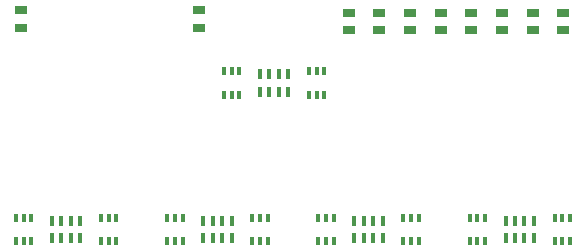
<source format=gbp>
G04 #@! TF.GenerationSoftware,KiCad,Pcbnew,(5.1.9)-1*
G04 #@! TF.CreationDate,2021-09-15T15:10:51+02:00*
G04 #@! TF.ProjectId,Shield-IO,53686965-6c64-42d4-994f-2e6b69636164,rev?*
G04 #@! TF.SameCoordinates,PXd59f80PYd59f80*
G04 #@! TF.FileFunction,Paste,Bot*
G04 #@! TF.FilePolarity,Positive*
%FSLAX46Y46*%
G04 Gerber Fmt 4.6, Leading zero omitted, Abs format (unit mm)*
G04 Created by KiCad (PCBNEW (5.1.9)-1) date 2021-09-15 15:10:51*
%MOMM*%
%LPD*%
G01*
G04 APERTURE LIST*
%ADD10R,0.350000X0.800000*%
%ADD11R,1.000000X0.700000*%
%ADD12R,0.450000X0.950000*%
G04 APERTURE END LIST*
D10*
X29800000Y-35200000D03*
X30450000Y-35200000D03*
X29150000Y-35200000D03*
X29150000Y-33200000D03*
X30450000Y-33200000D03*
X29800000Y-33200000D03*
X37000000Y-35200000D03*
X37650000Y-35200000D03*
X36350000Y-35200000D03*
X36350000Y-33200000D03*
X37650000Y-33200000D03*
X37000000Y-33200000D03*
X12200000Y-47600000D03*
X12850000Y-47600000D03*
X11550000Y-47600000D03*
X11550000Y-45600000D03*
X12850000Y-45600000D03*
X12200000Y-45600000D03*
X19400000Y-47600000D03*
X20050000Y-47600000D03*
X18750000Y-47600000D03*
X18750000Y-45600000D03*
X20050000Y-45600000D03*
X19400000Y-45600000D03*
X25000000Y-47600000D03*
X25650000Y-47600000D03*
X24350000Y-47600000D03*
X24350000Y-45600000D03*
X25650000Y-45600000D03*
X25000000Y-45600000D03*
X32200000Y-47600000D03*
X32850000Y-47600000D03*
X31550000Y-47600000D03*
X31550000Y-45600000D03*
X32850000Y-45600000D03*
X32200000Y-45600000D03*
X37800000Y-47600000D03*
X38450000Y-47600000D03*
X37150000Y-47600000D03*
X37150000Y-45600000D03*
X38450000Y-45600000D03*
X37800000Y-45600000D03*
X45000000Y-47600000D03*
X45650000Y-47600000D03*
X44350000Y-47600000D03*
X44350000Y-45600000D03*
X45650000Y-45600000D03*
X45000000Y-45600000D03*
X50600000Y-47600000D03*
X51250000Y-47600000D03*
X49950000Y-47600000D03*
X49950000Y-45600000D03*
X51250000Y-45600000D03*
X50600000Y-45600000D03*
X57800000Y-47600000D03*
X58450000Y-47600000D03*
X57150000Y-47600000D03*
X57150000Y-45600000D03*
X58450000Y-45600000D03*
X57800000Y-45600000D03*
D11*
X57900000Y-29750000D03*
X57900000Y-28250000D03*
X55300000Y-29750000D03*
X55300000Y-28250000D03*
X52700000Y-29750000D03*
X52700000Y-28250000D03*
X50100000Y-29750000D03*
X50100000Y-28250000D03*
X47500000Y-29750000D03*
X47500000Y-28250000D03*
X44900000Y-29750000D03*
X44900000Y-28250000D03*
X42300000Y-29750000D03*
X42300000Y-28250000D03*
X39700000Y-29750000D03*
X39700000Y-28250000D03*
X27000000Y-29550000D03*
X27000000Y-28050000D03*
X12000000Y-29550000D03*
X12000000Y-28050000D03*
D12*
X53800000Y-47350000D03*
X53800000Y-45850000D03*
X54600000Y-45850000D03*
X54600000Y-47350000D03*
X55400000Y-47350000D03*
X55400000Y-45850000D03*
X53000000Y-45850000D03*
X53000000Y-47350000D03*
X41000000Y-47350000D03*
X41000000Y-45850000D03*
X41800000Y-45850000D03*
X41800000Y-47350000D03*
X42600000Y-47350000D03*
X42600000Y-45850000D03*
X40200000Y-45850000D03*
X40200000Y-47350000D03*
X28200000Y-47350000D03*
X28200000Y-45850000D03*
X29000000Y-45850000D03*
X29000000Y-47350000D03*
X29800000Y-47350000D03*
X29800000Y-45850000D03*
X27400000Y-45850000D03*
X27400000Y-47350000D03*
X15400000Y-47350000D03*
X15400000Y-45850000D03*
X16200000Y-45850000D03*
X16200000Y-47350000D03*
X17000000Y-47350000D03*
X17000000Y-45850000D03*
X14600000Y-45850000D03*
X14600000Y-47350000D03*
X33000000Y-34950000D03*
X33000000Y-33450000D03*
X33800000Y-33450000D03*
X33800000Y-34950000D03*
X34600000Y-34950000D03*
X34600000Y-33450000D03*
X32200000Y-33450000D03*
X32200000Y-34950000D03*
M02*

</source>
